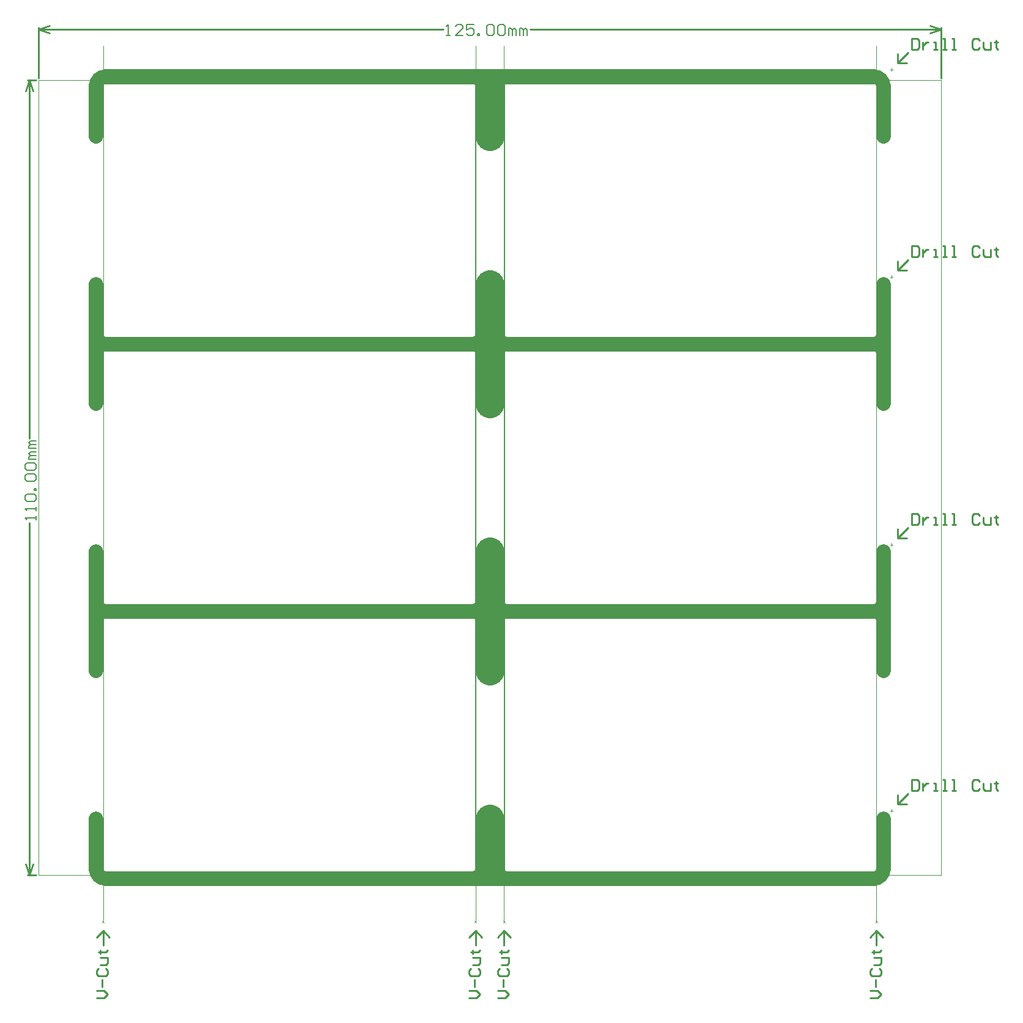
<source format=gm1>
%FSLAX25Y25*%
%MOIN*%
G70*
G01*
G75*
G04 Layer_Color=16711935*
%ADD10C,0.04000*%
%ADD11C,0.04000*%
%ADD12R,0.04000X0.02800*%
%ADD13R,0.05400X0.04000*%
%ADD14C,0.02800*%
%ADD15O,0.01181X0.06496*%
%ADD16O,0.06496X0.01181*%
%ADD17R,0.09000X0.07000*%
%ADD18R,0.10000X0.03600*%
%ADD19R,0.05200X0.06000*%
%ADD20R,0.06000X0.09600*%
%ADD21R,0.03400X0.02800*%
%ADD22R,0.07000X0.04000*%
%ADD23R,0.01575X0.06400*%
%ADD24R,0.05512X0.03150*%
%ADD25C,0.01000*%
%ADD26C,0.02400*%
%ADD27C,0.02000*%
%ADD28C,0.01400*%
%ADD29C,0.01200*%
%ADD30C,0.01600*%
%ADD31C,0.00600*%
%ADD32C,0.13780*%
%ADD33R,0.05000X0.05000*%
%ADD34R,0.05000X0.05000*%
%ADD35C,0.03000*%
%ADD36O,0.04000X0.05000*%
%ADD37O,0.04000X0.07000*%
%ADD38C,0.02756*%
%ADD39C,0.02400*%
G04:AMPARAMS|DCode=40|XSize=157.48mil|YSize=94.49mil|CornerRadius=23.62mil|HoleSize=0mil|Usage=FLASHONLY|Rotation=270.000|XOffset=0mil|YOffset=0mil|HoleType=Round|Shape=RoundedRectangle|*
%AMROUNDEDRECTD40*
21,1,0.15748,0.04724,0,0,270.0*
21,1,0.11024,0.09449,0,0,270.0*
1,1,0.04724,-0.02362,-0.05512*
1,1,0.04724,-0.02362,0.05512*
1,1,0.04724,0.02362,0.05512*
1,1,0.04724,0.02362,-0.05512*
%
%ADD40ROUNDEDRECTD40*%
G04:AMPARAMS|DCode=41|XSize=37.4mil|YSize=94.49mil|CornerRadius=9.35mil|HoleSize=0mil|Usage=FLASHONLY|Rotation=270.000|XOffset=0mil|YOffset=0mil|HoleType=Round|Shape=RoundedRectangle|*
%AMROUNDEDRECTD41*
21,1,0.03740,0.07579,0,0,270.0*
21,1,0.01870,0.09449,0,0,270.0*
1,1,0.01870,-0.03789,-0.00935*
1,1,0.01870,-0.03789,0.00935*
1,1,0.01870,0.03789,0.00935*
1,1,0.01870,0.03789,-0.00935*
%
%ADD41ROUNDEDRECTD41*%
%ADD42R,0.01000X0.05000*%
%ADD43R,0.07200X0.08600*%
%ADD44R,0.02800X0.03400*%
%ADD45R,0.04400X0.03600*%
%ADD46R,0.03600X0.04400*%
%ADD47R,0.05600X0.04800*%
%ADD48R,0.06200X0.02800*%
%ADD49R,0.08600X0.04800*%
%ADD50R,0.05600X0.06200*%
%ADD51C,0.03000*%
%ADD52C,0.01900*%
%ADD53C,0.03800*%
%ADD54C,0.04500*%
%ADD55C,0.00022*%
%ADD56C,0.00787*%
%ADD57C,0.00800*%
%ADD58C,0.00500*%
%ADD59R,0.08500X0.02200*%
%ADD60R,0.03400X0.00600*%
%ADD61C,0.05000*%
%ADD62R,0.04200X0.03000*%
%ADD63R,0.05600X0.04200*%
%ADD64R,0.10200X0.03800*%
%ADD65R,0.05400X0.06200*%
%ADD66R,0.01200X0.05200*%
%ADD67R,0.07400X0.08800*%
%ADD68C,0.01500*%
%ADD69C,0.00044*%
%ADD70C,0.00563*%
G04:AMPARAMS|DCode=71|XSize=0mil|YSize=14mil|CornerRadius=0mil|HoleSize=0mil|Usage=FLASHONLY|Rotation=60.000|XOffset=0mil|YOffset=0mil|HoleType=Round|Shape=Rectangle|*
%AMROTATEDRECTD71*
4,1,4,0.00606,-0.00350,-0.00606,0.00350,-0.00606,0.00350,0.00606,-0.00350,0.00606,-0.00350,0.0*
%
%ADD71ROTATEDRECTD71*%

%ADD72R,0.01212X0.00700*%
%ADD73R,0.01400X0.13900*%
G04:AMPARAMS|DCode=74|XSize=10mil|YSize=64.85mil|CornerRadius=0mil|HoleSize=0mil|Usage=FLASHONLY|Rotation=200.000|XOffset=0mil|YOffset=0mil|HoleType=Round|Shape=Rectangle|*
%AMROTATEDRECTD74*
4,1,4,-0.00639,0.03218,0.01579,-0.02876,0.00639,-0.03218,-0.01579,0.02876,-0.00639,0.03218,0.0*
%
%ADD74ROTATEDRECTD74*%

%ADD75R,0.01000X0.13900*%
G04:AMPARAMS|DCode=76|XSize=47.24mil|YSize=14mil|CornerRadius=0mil|HoleSize=0mil|Usage=FLASHONLY|Rotation=290.000|XOffset=0mil|YOffset=0mil|HoleType=Round|Shape=Rectangle|*
%AMROTATEDRECTD76*
4,1,4,-0.01466,0.01980,-0.00150,0.02459,0.01466,-0.01980,0.00150,-0.02459,-0.01466,0.01980,0.0*
%
%ADD76ROTATEDRECTD76*%

G04:AMPARAMS|DCode=77|XSize=108mil|YSize=14mil|CornerRadius=0mil|HoleSize=0mil|Usage=FLASHONLY|Rotation=240.000|XOffset=0mil|YOffset=0mil|HoleType=Round|Shape=Rectangle|*
%AMROTATEDRECTD77*
4,1,4,0.02094,0.05027,0.03306,0.04327,-0.02094,-0.05027,-0.03306,-0.04327,0.02094,0.05027,0.0*
%
%ADD77ROTATEDRECTD77*%

%ADD78R,0.12400X0.01400*%
%ADD79R,0.07900X0.01400*%
%ADD80R,0.09400X0.01400*%
%ADD81R,0.01400X0.13900*%
%ADD82R,0.06400X0.01400*%
G04:AMPARAMS|DCode=83|XSize=47.59mil|YSize=12.42mil|CornerRadius=0mil|HoleSize=0mil|Usage=FLASHONLY|Rotation=250.000|XOffset=0mil|YOffset=0mil|HoleType=Round|Shape=Rectangle|*
%AMROTATEDRECTD83*
4,1,4,0.00230,0.02448,0.01397,0.02023,-0.00230,-0.02448,-0.01397,-0.02023,0.00230,0.02448,0.0*
%
%ADD83ROTATEDRECTD83*%

G04:AMPARAMS|DCode=84|XSize=87.74mil|YSize=14mil|CornerRadius=0mil|HoleSize=0mil|Usage=FLASHONLY|Rotation=290.000|XOffset=0mil|YOffset=0mil|HoleType=Round|Shape=Rectangle|*
%AMROTATEDRECTD84*
4,1,4,-0.02158,0.03883,-0.00843,0.04362,0.02158,-0.03883,0.00843,-0.04362,-0.02158,0.03883,0.0*
%
%ADD84ROTATEDRECTD84*%

%ADD85R,0.01539X0.01261*%
%ADD86R,0.01400X0.01402*%
%ADD87R,0.01800X0.01402*%
%ADD88R,0.00600X0.03400*%
%ADD89R,0.00600X0.02400*%
%ADD90R,0.02400X0.00600*%
%ADD91C,0.07874*%
%ADD92C,0.00200*%
%ADD93C,0.15748*%
%ADD94C,0.00100*%
%ADD95C,0.00000*%
D25*
X-5921Y0D02*
X-1100D01*
X-5921Y433071D02*
X-1100D01*
X-4921Y0D02*
Y191842D01*
Y238029D02*
Y433071D01*
Y0D02*
X-2921Y6000D01*
X-6921D02*
X-4921Y0D01*
X-6921Y427071D02*
X-4921Y433071D01*
X-2921Y427071D01*
X492126Y434171D02*
Y462000D01*
X0Y434171D02*
Y462000D01*
X268056Y461000D02*
X492126D01*
X0D02*
X220870D01*
X486126Y463000D02*
X492126Y461000D01*
X486126Y459000D02*
X492126Y461000D01*
X0D02*
X6000Y459000D01*
X0Y461000D02*
X6000Y463000D01*
X31931Y-34012D02*
X35432Y-30512D01*
X38932Y-34012D01*
X35432Y-38512D02*
Y-30512D01*
X238398Y-38512D02*
Y-30512D01*
X241898Y-34012D01*
X234898D02*
X238398Y-30512D01*
X253898Y-38512D02*
Y-30512D01*
X257398Y-34012D01*
X250398D02*
X253898Y-30512D01*
X456898Y-38512D02*
Y-30512D01*
X460398Y-34012D01*
X453398D02*
X456898Y-30512D01*
X468410Y442549D02*
X474067Y448206D01*
X468410Y442549D02*
Y447499D01*
Y442549D02*
X473360D01*
X468410Y329549D02*
X473360D01*
X468410D02*
Y334499D01*
Y329549D02*
X474067Y335206D01*
X468410Y183549D02*
X473360D01*
X468410D02*
Y188499D01*
Y183549D02*
X474067Y189206D01*
X468410Y38549D02*
X473360D01*
X468410D02*
Y43499D01*
Y38549D02*
X474067Y44206D01*
X31933Y-67012D02*
X35932D01*
X37931Y-65012D01*
X35932Y-63013D01*
X31933D01*
X34933Y-61014D02*
Y-57015D01*
X32933Y-51017D02*
X31933Y-52017D01*
Y-54016D01*
X32933Y-55015D01*
X36932D01*
X37931Y-54016D01*
Y-52017D01*
X36932Y-51017D01*
X33933Y-49018D02*
X36932D01*
X37931Y-48018D01*
Y-45019D01*
X33933D01*
X32933Y-42020D02*
X33933D01*
Y-43019D01*
Y-41020D01*
Y-42020D01*
X36932D01*
X37931Y-41020D01*
X234900Y-67012D02*
X238899D01*
X240898Y-65012D01*
X238899Y-63013D01*
X234900D01*
X237899Y-61014D02*
Y-57015D01*
X235900Y-51017D02*
X234900Y-52017D01*
Y-54016D01*
X235900Y-55015D01*
X239899D01*
X240898Y-54016D01*
Y-52017D01*
X239899Y-51017D01*
X236900Y-49018D02*
X239899D01*
X240898Y-48018D01*
Y-45019D01*
X236900D01*
X235900Y-42020D02*
X236900D01*
Y-43019D01*
Y-41020D01*
Y-42020D01*
X239899D01*
X240898Y-41020D01*
X250400Y-67012D02*
X254399D01*
X256398Y-65012D01*
X254399Y-63013D01*
X250400D01*
X253399Y-61014D02*
Y-57015D01*
X251400Y-51017D02*
X250400Y-52017D01*
Y-54016D01*
X251400Y-55015D01*
X255399D01*
X256398Y-54016D01*
Y-52017D01*
X255399Y-51017D01*
X252400Y-49018D02*
X255399D01*
X256398Y-48018D01*
Y-45019D01*
X252400D01*
X251400Y-42020D02*
X252400D01*
Y-43019D01*
Y-41020D01*
Y-42020D01*
X255399D01*
X256398Y-41020D01*
X453400Y-67012D02*
X457399D01*
X459398Y-65012D01*
X457399Y-63013D01*
X453400D01*
X456399Y-61014D02*
Y-57015D01*
X454400Y-51017D02*
X453400Y-52017D01*
Y-54016D01*
X454400Y-55015D01*
X458399D01*
X459398Y-54016D01*
Y-52017D01*
X458399Y-51017D01*
X455400Y-49018D02*
X458399D01*
X459398Y-48018D01*
Y-45019D01*
X455400D01*
X454400Y-42020D02*
X455400D01*
Y-43019D01*
Y-41020D01*
Y-42020D01*
X458399D01*
X459398Y-41020D01*
X476000Y455998D02*
Y450000D01*
X478999D01*
X479999Y451000D01*
Y454998D01*
X478999Y455998D01*
X476000D01*
X481998Y453999D02*
Y450000D01*
Y451999D01*
X482998Y452999D01*
X483997Y453999D01*
X484997D01*
X487996Y450000D02*
X489995D01*
X488996D01*
Y453999D01*
X487996D01*
X492994Y450000D02*
X494994D01*
X493994D01*
Y455998D01*
X492994D01*
X497993Y450000D02*
X499992D01*
X498993D01*
Y455998D01*
X497993D01*
X512988Y454998D02*
X511988Y455998D01*
X509989D01*
X508989Y454998D01*
Y451000D01*
X509989Y450000D01*
X511988D01*
X512988Y451000D01*
X514987Y453999D02*
Y451000D01*
X515987Y450000D01*
X518986D01*
Y453999D01*
X521985Y454998D02*
Y453999D01*
X520985D01*
X522985D01*
X521985D01*
Y451000D01*
X522985Y450000D01*
X476000Y342998D02*
Y337000D01*
X478999D01*
X479999Y338000D01*
Y341998D01*
X478999Y342998D01*
X476000D01*
X481998Y340999D02*
Y337000D01*
Y338999D01*
X482998Y339999D01*
X483997Y340999D01*
X484997D01*
X487996Y337000D02*
X489995D01*
X488996D01*
Y340999D01*
X487996D01*
X492994Y337000D02*
X494994D01*
X493994D01*
Y342998D01*
X492994D01*
X497993Y337000D02*
X499992D01*
X498993D01*
Y342998D01*
X497993D01*
X512988Y341998D02*
X511988Y342998D01*
X509989D01*
X508989Y341998D01*
Y338000D01*
X509989Y337000D01*
X511988D01*
X512988Y338000D01*
X514987Y340999D02*
Y338000D01*
X515987Y337000D01*
X518986D01*
Y340999D01*
X521985Y341998D02*
Y340999D01*
X520985D01*
X522985D01*
X521985D01*
Y338000D01*
X522985Y337000D01*
X476000Y196998D02*
Y191000D01*
X478999D01*
X479999Y192000D01*
Y195998D01*
X478999Y196998D01*
X476000D01*
X481998Y194999D02*
Y191000D01*
Y192999D01*
X482998Y193999D01*
X483997Y194999D01*
X484997D01*
X487996Y191000D02*
X489995D01*
X488996D01*
Y194999D01*
X487996D01*
X492994Y191000D02*
X494994D01*
X493994D01*
Y196998D01*
X492994D01*
X497993Y191000D02*
X499992D01*
X498993D01*
Y196998D01*
X497993D01*
X512988Y195998D02*
X511988Y196998D01*
X509989D01*
X508989Y195998D01*
Y192000D01*
X509989Y191000D01*
X511988D01*
X512988Y192000D01*
X514987Y194999D02*
Y192000D01*
X515987Y191000D01*
X518986D01*
Y194999D01*
X521985Y195998D02*
Y194999D01*
X520985D01*
X522985D01*
X521985D01*
Y192000D01*
X522985Y191000D01*
X476000Y51998D02*
Y46000D01*
X478999D01*
X479999Y47000D01*
Y50998D01*
X478999Y51998D01*
X476000D01*
X481998Y49999D02*
Y46000D01*
Y47999D01*
X482998Y48999D01*
X483997Y49999D01*
X484997D01*
X487996Y46000D02*
X489995D01*
X488996D01*
Y49999D01*
X487996D01*
X492994Y46000D02*
X494994D01*
X493994D01*
Y51998D01*
X492994D01*
X497993Y46000D02*
X499992D01*
X498993D01*
Y51998D01*
X497993D01*
X512988Y50998D02*
X511988Y51998D01*
X509989D01*
X508989Y50998D01*
Y47000D01*
X509989Y46000D01*
X511988D01*
X512988Y47000D01*
X514987Y49999D02*
Y47000D01*
X515987Y46000D01*
X518986D01*
Y49999D01*
X521985Y50998D02*
Y49999D01*
X520985D01*
X522985D01*
X521985D01*
Y47000D01*
X522985Y46000D01*
D31*
X-1322Y193442D02*
Y195442D01*
Y194442D01*
X-7320D01*
X-6321Y193442D01*
X-1322Y198441D02*
Y200440D01*
Y199441D01*
X-7320D01*
X-6321Y198441D01*
Y203439D02*
X-7320Y204439D01*
Y206438D01*
X-6321Y207438D01*
X-2322D01*
X-1322Y206438D01*
Y204439D01*
X-2322Y203439D01*
X-6321D01*
X-1322Y209437D02*
X-2322D01*
Y210437D01*
X-1322D01*
Y209437D01*
X-6321Y214436D02*
X-7320Y215435D01*
Y217435D01*
X-6321Y218434D01*
X-2322D01*
X-1322Y217435D01*
Y215435D01*
X-2322Y214436D01*
X-6321D01*
Y220434D02*
X-7320Y221433D01*
Y223433D01*
X-6321Y224432D01*
X-2322D01*
X-1322Y223433D01*
Y221433D01*
X-2322Y220434D01*
X-6321D01*
X-1322Y226432D02*
X-5321D01*
Y227431D01*
X-4321Y228431D01*
X-1322D01*
X-4321D01*
X-5321Y229431D01*
X-4321Y230431D01*
X-1322D01*
Y232430D02*
X-5321D01*
Y233430D01*
X-4321Y234429D01*
X-1322D01*
X-4321D01*
X-5321Y235429D01*
X-4321Y236428D01*
X-1322D01*
X222470Y457401D02*
X224469D01*
X223470D01*
Y463399D01*
X222470Y462399D01*
X231467Y457401D02*
X227468D01*
X231467Y461400D01*
Y462399D01*
X230468Y463399D01*
X228468D01*
X227468Y462399D01*
X237465Y463399D02*
X233467D01*
Y460400D01*
X235466Y461400D01*
X236466D01*
X237465Y460400D01*
Y458401D01*
X236466Y457401D01*
X234466D01*
X233467Y458401D01*
X239465Y457401D02*
Y458401D01*
X240464D01*
Y457401D01*
X239465D01*
X244463Y462399D02*
X245463Y463399D01*
X247462D01*
X248462Y462399D01*
Y458401D01*
X247462Y457401D01*
X245463D01*
X244463Y458401D01*
Y462399D01*
X250461D02*
X251461Y463399D01*
X253460D01*
X254460Y462399D01*
Y458401D01*
X253460Y457401D01*
X251461D01*
X250461Y458401D01*
Y462399D01*
X256459Y457401D02*
Y461400D01*
X257459D01*
X258458Y460400D01*
Y457401D01*
Y460400D01*
X259458Y461400D01*
X260458Y460400D01*
Y457401D01*
X262457D02*
Y461400D01*
X263457D01*
X264457Y460400D01*
Y457401D01*
Y460400D01*
X265456Y461400D01*
X266456Y460400D01*
Y457401D01*
D91*
X242126Y430039D02*
G03*
X237126Y435039I-5000J0D01*
G01*
X36496D02*
G03*
X31496Y430039I0J-5000D01*
G01*
Y294370D02*
G03*
X36496Y289370I5000J0D01*
G01*
X237126D02*
G03*
X242126Y294370I0J5000D01*
G01*
X36496Y289370D02*
G03*
X31496Y284370I0J-5000D01*
G01*
X242126D02*
G03*
X237126Y289370I-5000J0D01*
G01*
X242126Y138701D02*
G03*
X237126Y143701I-5000J0D01*
G01*
X36496D02*
G03*
X31496Y138701I0J-5000D01*
G01*
X237126Y143701D02*
G03*
X242126Y148701I0J5000D01*
G01*
X31496D02*
G03*
X36496Y143701I5000J0D01*
G01*
X237126Y-1969D02*
G03*
X242126Y3032I0J5000D01*
G01*
X31496D02*
G03*
X36496Y-1969I5000J0D01*
G01*
X250000Y3032D02*
G03*
X255000Y-1969I5000J0D01*
G01*
X455630D02*
G03*
X460630Y3032I0J5000D01*
G01*
X250000Y148701D02*
G03*
X255000Y143701I5000J0D01*
G01*
X455630D02*
G03*
X460630Y148701I0J5000D01*
G01*
X255000Y143701D02*
G03*
X250000Y138701I0J-5000D01*
G01*
X460630D02*
G03*
X455630Y143701I-5000J0D01*
G01*
X460630Y284370D02*
G03*
X455630Y289370I-5000J0D01*
G01*
X255000D02*
G03*
X250000Y284370I0J-5000D01*
G01*
X455630Y289370D02*
G03*
X460630Y294370I0J5000D01*
G01*
X250000D02*
G03*
X255000Y289370I5000J0D01*
G01*
Y435039D02*
G03*
X250000Y430039I0J-5000D01*
G01*
X460630D02*
G03*
X455630Y435039I-5000J0D01*
G01*
X36496D02*
X455630D01*
X36496Y289370D02*
X455630D01*
X36496Y143701D02*
X455630D01*
X36496Y-1969D02*
X455630D01*
X31496Y402559D02*
Y430039D01*
X242126Y402480D02*
Y430039D01*
X31496Y256890D02*
Y321850D01*
X242126Y294370D02*
Y321929D01*
X31496Y111221D02*
Y176181D01*
X242126Y148701D02*
Y176260D01*
Y3032D02*
Y30591D01*
Y111142D02*
Y138701D01*
Y256811D02*
Y284370D01*
X250000Y256811D02*
Y284370D01*
Y111142D02*
Y138701D01*
Y3032D02*
Y30591D01*
X460630Y3032D02*
Y30512D01*
Y111221D02*
Y176181D01*
X250000Y148701D02*
Y176260D01*
X460630Y256890D02*
Y321850D01*
X250000Y294370D02*
Y321929D01*
X460630Y402559D02*
Y430039D01*
X250000Y402480D02*
Y430039D01*
X31496Y3032D02*
Y30512D01*
D92*
X0Y0D02*
Y433071D01*
X492126D01*
Y0D02*
Y433071D01*
X0Y0D02*
X492126D01*
X35333Y-25591D02*
Y451772D01*
X238300Y-25591D02*
Y451772D01*
X253800Y-25591D02*
Y451772D01*
X456800Y-25591D02*
Y451772D01*
D93*
X246063Y402559D02*
Y431102D01*
Y256890D02*
Y321850D01*
Y111221D02*
Y176181D01*
Y1969D02*
Y30512D01*
D94*
X34833Y-26091D02*
X35833Y-25091D01*
X34833D02*
X35833Y-26091D01*
X237800Y-25091D02*
X238800Y-26091D01*
X237800D02*
X238800Y-25091D01*
X253300D02*
X254300Y-26091D01*
X253300D02*
X254300Y-25091D01*
X456300D02*
X457300Y-26091D01*
X456300D02*
X457300Y-25091D01*
X465000Y438293D02*
Y439707D01*
X464293Y439000D02*
X465707D01*
X464293Y326000D02*
X465707D01*
X465000Y325293D02*
Y326707D01*
X464293Y180000D02*
X465707D01*
X465000Y179293D02*
Y180707D01*
X464293Y35000D02*
X465707D01*
X465000Y34293D02*
Y35707D01*
D95*
X35433Y1969D02*
X238189D01*
Y139764D01*
X35433D02*
X238189D01*
X35433Y1969D02*
Y139764D01*
X253937Y1969D02*
X456693D01*
Y139764D01*
X253937D02*
X456693D01*
X253937Y1969D02*
Y139764D01*
X35433Y147638D02*
X238189D01*
Y285433D01*
X35433D02*
X238189D01*
X35433Y147638D02*
Y285433D01*
X253937Y147638D02*
X456693D01*
Y285433D01*
X253937D02*
X456693D01*
X253937Y147638D02*
Y285433D01*
X35433Y293307D02*
X238189D01*
Y431102D01*
X35433D02*
X238189D01*
X35433Y293307D02*
Y431102D01*
X253937Y293307D02*
X456693D01*
Y431102D01*
X253937D02*
X456693D01*
X253937Y293307D02*
Y431102D01*
M02*

</source>
